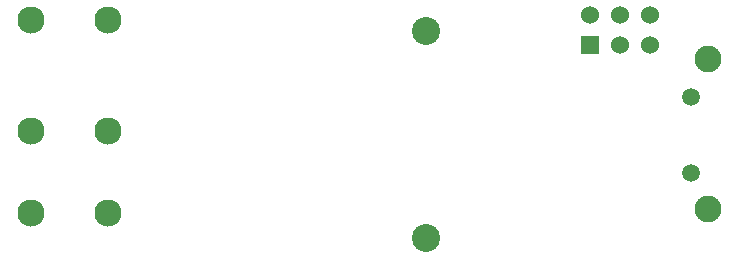
<source format=gbs>
G04 (created by PCBNEW (2013-07-07 BZR 4022)-stable) date 08/02/2014 11:33:34 PM*
%MOIN*%
G04 Gerber Fmt 3.4, Leading zero omitted, Abs format*
%FSLAX34Y34*%
G01*
G70*
G90*
G04 APERTURE LIST*
%ADD10C,0.00590551*%
%ADD11R,0.06X0.06*%
%ADD12C,0.06*%
%ADD13C,0.0590551*%
%ADD14C,0.0905512*%
%ADD15C,0.0933071*%
%ADD16C,0.0893701*%
G04 APERTURE END LIST*
G54D10*
G54D11*
X53960Y-23137D03*
G54D12*
X53960Y-22137D03*
X54960Y-23137D03*
X54960Y-22137D03*
X55960Y-23137D03*
X55960Y-22137D03*
G54D13*
X57322Y-24842D03*
X57322Y-27401D03*
G54D14*
X37893Y-22283D03*
X35334Y-22283D03*
X37893Y-25984D03*
X35334Y-25984D03*
X37893Y-28740D03*
X35334Y-28740D03*
G54D15*
X48503Y-29553D03*
X48503Y-22651D03*
G54D16*
X57893Y-28602D03*
X57893Y-23602D03*
M02*

</source>
